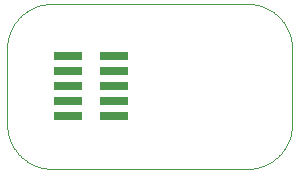
<source format=gbp>
G04 EAGLE Gerber RS-274X export*
G75*
%MOMM*%
%FSLAX35Y35*%
%LPD*%
%INsolder_paste_bottom*%
%IPPOS*%
%AMOC8*
5,1,8,0,0,1.08239X$1,22.5*%
G01*
%ADD10C,0.000000*%
%ADD11R,2.400000X0.760000*%


D10*
X0Y1016000D02*
X0Y381000D01*
X0Y1016000D02*
X111Y1025206D01*
X445Y1034407D01*
X1001Y1043598D01*
X1779Y1052772D01*
X2778Y1061924D01*
X3998Y1071050D01*
X5438Y1080144D01*
X7098Y1089200D01*
X8976Y1098214D01*
X11071Y1107179D01*
X13382Y1116092D01*
X15908Y1124945D01*
X18647Y1133735D01*
X21598Y1142457D01*
X24759Y1151104D01*
X28127Y1159673D01*
X31702Y1168158D01*
X35481Y1176554D01*
X39461Y1184856D01*
X43641Y1193060D01*
X48018Y1201160D01*
X52590Y1209152D01*
X57353Y1217031D01*
X62305Y1224793D01*
X67443Y1232433D01*
X72765Y1239946D01*
X78266Y1247329D01*
X83944Y1254577D01*
X89796Y1261685D01*
X95817Y1268650D01*
X102006Y1275467D01*
X108357Y1282133D01*
X114867Y1288643D01*
X121533Y1294994D01*
X128350Y1301183D01*
X135315Y1307204D01*
X142423Y1313056D01*
X149671Y1318734D01*
X157054Y1324235D01*
X164567Y1329557D01*
X172207Y1334695D01*
X179969Y1339647D01*
X187848Y1344410D01*
X195840Y1348982D01*
X203940Y1353359D01*
X212144Y1357539D01*
X220446Y1361519D01*
X228842Y1365298D01*
X237327Y1368873D01*
X245896Y1372241D01*
X254543Y1375402D01*
X263265Y1378353D01*
X272055Y1381092D01*
X280908Y1383618D01*
X289821Y1385929D01*
X298786Y1388024D01*
X307800Y1389902D01*
X316856Y1391562D01*
X325950Y1393002D01*
X335076Y1394222D01*
X344228Y1395221D01*
X353402Y1395999D01*
X362593Y1396555D01*
X371794Y1396889D01*
X381000Y1397000D01*
X0Y381000D02*
X111Y371794D01*
X445Y362593D01*
X1001Y353402D01*
X1779Y344228D01*
X2778Y335076D01*
X3998Y325950D01*
X5438Y316856D01*
X7098Y307800D01*
X8976Y298786D01*
X11071Y289821D01*
X13382Y280908D01*
X15908Y272055D01*
X18647Y263265D01*
X21598Y254543D01*
X24759Y245896D01*
X28127Y237327D01*
X31702Y228842D01*
X35481Y220446D01*
X39461Y212144D01*
X43641Y203940D01*
X48018Y195840D01*
X52590Y187848D01*
X57353Y179969D01*
X62305Y172207D01*
X67443Y164567D01*
X72765Y157054D01*
X78266Y149671D01*
X83944Y142423D01*
X89796Y135315D01*
X95817Y128350D01*
X102006Y121533D01*
X108357Y114867D01*
X114867Y108357D01*
X121533Y102006D01*
X128350Y95817D01*
X135315Y89796D01*
X142423Y83944D01*
X149671Y78266D01*
X157054Y72765D01*
X164567Y67443D01*
X172207Y62305D01*
X179969Y57353D01*
X187848Y52590D01*
X195840Y48018D01*
X203940Y43641D01*
X212144Y39461D01*
X220446Y35481D01*
X228842Y31702D01*
X237327Y28127D01*
X245896Y24759D01*
X254543Y21598D01*
X263265Y18647D01*
X272055Y15908D01*
X280908Y13382D01*
X289821Y11071D01*
X298786Y8976D01*
X307800Y7098D01*
X316856Y5438D01*
X325950Y3998D01*
X335076Y2778D01*
X344228Y1779D01*
X353402Y1001D01*
X362593Y445D01*
X371794Y111D01*
X381000Y0D01*
X2413000Y381000D02*
X2413000Y1016000D01*
X2413000Y381000D02*
X2412889Y371794D01*
X2412555Y362593D01*
X2411999Y353402D01*
X2411221Y344228D01*
X2410222Y335076D01*
X2409002Y325950D01*
X2407562Y316856D01*
X2405902Y307800D01*
X2404024Y298786D01*
X2401929Y289821D01*
X2399618Y280908D01*
X2397092Y272055D01*
X2394353Y263265D01*
X2391402Y254543D01*
X2388241Y245896D01*
X2384873Y237327D01*
X2381298Y228842D01*
X2377519Y220446D01*
X2373539Y212144D01*
X2369359Y203940D01*
X2364982Y195840D01*
X2360410Y187848D01*
X2355647Y179969D01*
X2350695Y172207D01*
X2345557Y164567D01*
X2340235Y157054D01*
X2334734Y149671D01*
X2329056Y142423D01*
X2323204Y135315D01*
X2317183Y128350D01*
X2310994Y121533D01*
X2304643Y114867D01*
X2298133Y108357D01*
X2291467Y102006D01*
X2284650Y95817D01*
X2277685Y89796D01*
X2270577Y83944D01*
X2263329Y78266D01*
X2255946Y72765D01*
X2248433Y67443D01*
X2240793Y62305D01*
X2233031Y57353D01*
X2225152Y52590D01*
X2217160Y48018D01*
X2209060Y43641D01*
X2200856Y39461D01*
X2192554Y35481D01*
X2184158Y31702D01*
X2175673Y28127D01*
X2167104Y24759D01*
X2158457Y21598D01*
X2149735Y18647D01*
X2140945Y15908D01*
X2132092Y13382D01*
X2123179Y11071D01*
X2114214Y8976D01*
X2105200Y7098D01*
X2096144Y5438D01*
X2087050Y3998D01*
X2077924Y2778D01*
X2068772Y1779D01*
X2059598Y1001D01*
X2050407Y445D01*
X2041206Y111D01*
X2032000Y0D01*
X2413000Y1016000D02*
X2412889Y1025206D01*
X2412555Y1034407D01*
X2411999Y1043598D01*
X2411221Y1052772D01*
X2410222Y1061924D01*
X2409002Y1071050D01*
X2407562Y1080144D01*
X2405902Y1089200D01*
X2404024Y1098214D01*
X2401929Y1107179D01*
X2399618Y1116092D01*
X2397092Y1124945D01*
X2394353Y1133735D01*
X2391402Y1142457D01*
X2388241Y1151104D01*
X2384873Y1159673D01*
X2381298Y1168158D01*
X2377519Y1176554D01*
X2373539Y1184856D01*
X2369359Y1193060D01*
X2364982Y1201160D01*
X2360410Y1209152D01*
X2355647Y1217031D01*
X2350695Y1224793D01*
X2345557Y1232433D01*
X2340235Y1239946D01*
X2334734Y1247329D01*
X2329056Y1254577D01*
X2323204Y1261685D01*
X2317183Y1268650D01*
X2310994Y1275467D01*
X2304643Y1282133D01*
X2298133Y1288643D01*
X2291467Y1294994D01*
X2284650Y1301183D01*
X2277685Y1307204D01*
X2270577Y1313056D01*
X2263329Y1318734D01*
X2255946Y1324235D01*
X2248433Y1329557D01*
X2240793Y1334695D01*
X2233031Y1339647D01*
X2225152Y1344410D01*
X2217160Y1348982D01*
X2209060Y1353359D01*
X2200856Y1357539D01*
X2192554Y1361519D01*
X2184158Y1365298D01*
X2175673Y1368873D01*
X2167104Y1372241D01*
X2158457Y1375402D01*
X2149735Y1378353D01*
X2140945Y1381092D01*
X2132092Y1383618D01*
X2123179Y1385929D01*
X2114214Y1388024D01*
X2105200Y1389902D01*
X2096144Y1391562D01*
X2087050Y1393002D01*
X2077924Y1394222D01*
X2068772Y1395221D01*
X2059598Y1395999D01*
X2050407Y1396555D01*
X2041206Y1396889D01*
X2032000Y1397000D01*
X381000Y1397000D01*
X381000Y0D02*
X2032000Y0D01*
D11*
X516500Y952500D03*
X517000Y825500D03*
X517000Y698500D03*
X517000Y571500D03*
X517000Y444500D03*
X907000Y444500D03*
X907000Y571500D03*
X907000Y698500D03*
X907000Y825500D03*
X906000Y952500D03*
M02*

</source>
